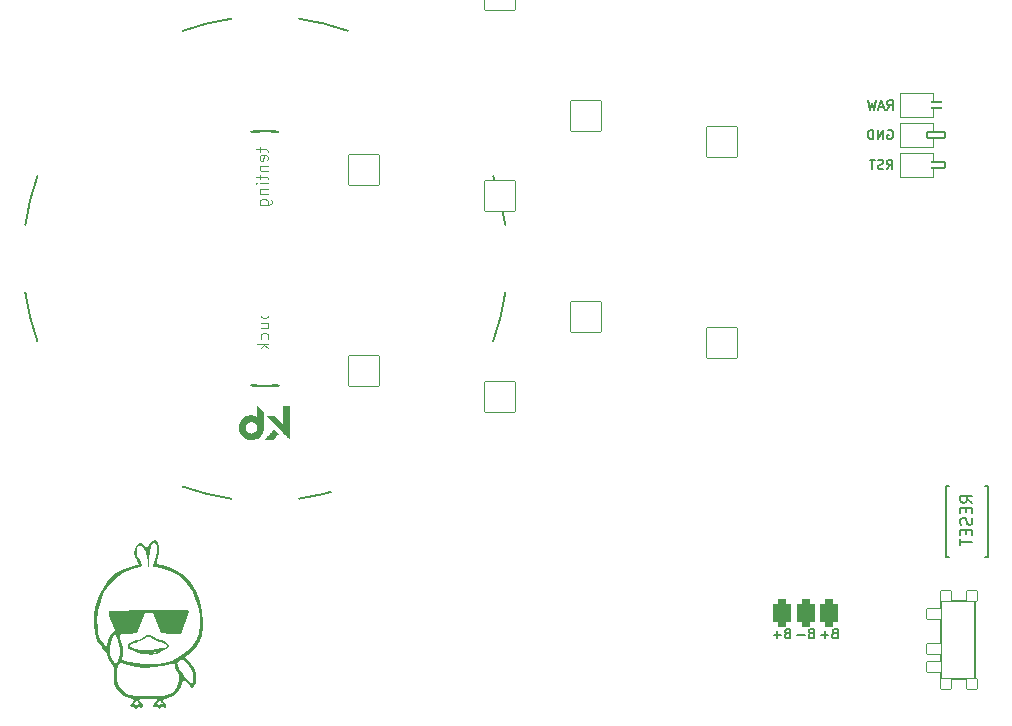
<source format=gbo>
%TF.GenerationSoftware,KiCad,Pcbnew,(6.0.4)*%
%TF.CreationDate,2022-05-15T18:09:05+02:00*%
%TF.ProjectId,battoota,62617474-6f6f-4746-912e-6b696361645f,v1.0.0*%
%TF.SameCoordinates,Original*%
%TF.FileFunction,Legend,Bot*%
%TF.FilePolarity,Positive*%
%FSLAX46Y46*%
G04 Gerber Fmt 4.6, Leading zero omitted, Abs format (unit mm)*
G04 Created by KiCad (PCBNEW (6.0.4)) date 2022-05-15 18:09:05*
%MOMM*%
%LPD*%
G01*
G04 APERTURE LIST*
G04 Aperture macros list*
%AMRoundRect*
0 Rectangle with rounded corners*
0 $1 Rounding radius*
0 $2 $3 $4 $5 $6 $7 $8 $9 X,Y pos of 4 corners*
0 Add a 4 corners polygon primitive as box body*
4,1,4,$2,$3,$4,$5,$6,$7,$8,$9,$2,$3,0*
0 Add four circle primitives for the rounded corners*
1,1,$1+$1,$2,$3*
1,1,$1+$1,$4,$5*
1,1,$1+$1,$6,$7*
1,1,$1+$1,$8,$9*
0 Add four rect primitives between the rounded corners*
20,1,$1+$1,$2,$3,$4,$5,0*
20,1,$1+$1,$4,$5,$6,$7,0*
20,1,$1+$1,$6,$7,$8,$9,0*
20,1,$1+$1,$8,$9,$2,$3,0*%
%AMFreePoly0*
4,1,16,0.685355,0.785355,0.700000,0.750000,0.691603,0.722265,0.210093,0.000000,0.691603,-0.722265,0.699029,-0.759806,0.677735,-0.791603,0.650000,-0.800000,-0.500000,-0.800000,-0.535355,-0.785355,-0.550000,-0.750000,-0.550000,0.750000,-0.535355,0.785355,-0.500000,0.800000,0.650000,0.800000,0.685355,0.785355,0.685355,0.785355,$1*%
%AMFreePoly1*
4,1,16,0.535355,0.785355,0.550000,0.750000,0.550000,-0.750000,0.535355,-0.785355,0.500000,-0.800000,-0.500000,-0.800000,-0.535355,-0.785355,-0.541603,-0.777735,-1.041603,-0.027735,-1.049029,0.009806,-1.041603,0.027735,-0.541603,0.777735,-0.509806,0.799029,-0.500000,0.800000,0.500000,0.800000,0.535355,0.785355,0.535355,0.785355,$1*%
G04 Aperture macros list end*
%ADD10C,0.150000*%
%ADD11C,0.100000*%
%ADD12C,0.120000*%
%ADD13C,0.200000*%
%ADD14C,0.010000*%
%ADD15RoundRect,0.375000X-0.375000X-0.750000X0.375000X-0.750000X0.375000X0.750000X-0.375000X0.750000X0*%
%ADD16C,1.752600*%
%ADD17RoundRect,0.425000X-0.375000X-0.750000X0.375000X-0.750000X0.375000X0.750000X-0.375000X0.750000X0*%
%ADD18C,2.100000*%
%ADD19C,3.100000*%
%ADD20C,1.801800*%
%ADD21C,3.529000*%
%ADD22RoundRect,0.050000X-1.054507X-1.505993X1.505993X-1.054507X1.054507X1.505993X-1.505993X1.054507X0*%
%ADD23C,2.132000*%
%ADD24RoundRect,0.050000X-1.181751X-1.408356X1.408356X-1.181751X1.181751X1.408356X-1.408356X1.181751X0*%
%ADD25RoundRect,0.050000X-1.300000X-1.300000X1.300000X-1.300000X1.300000X1.300000X-1.300000X1.300000X0*%
%ADD26RoundRect,0.050000X-1.738315X-0.598550X0.598550X-1.738315X1.738315X0.598550X-0.598550X1.738315X0*%
%ADD27RoundRect,0.050000X-0.450000X0.450000X-0.450000X-0.450000X0.450000X-0.450000X0.450000X0.450000X0*%
%ADD28C,1.100000*%
%ADD29RoundRect,0.050000X-0.625000X0.450000X-0.625000X-0.450000X0.625000X-0.450000X0.625000X0.450000X0*%
%ADD30RoundRect,0.050000X-0.863113X-1.623279X1.623279X-0.863113X0.863113X1.623279X-1.623279X0.863113X0*%
%ADD31RoundRect,0.050000X-1.524167X-1.028064X1.028064X-1.524167X1.524167X1.028064X-1.028064X1.524167X0*%
%ADD32C,1.852600*%
%ADD33FreePoly0,180.000000*%
%ADD34RoundRect,0.050000X-0.762000X0.250000X-0.762000X-0.250000X0.762000X-0.250000X0.762000X0.250000X0*%
%ADD35FreePoly1,180.000000*%
%ADD36C,4.500000*%
G04 APERTURE END LIST*
D10*
%TO.C,PAD1*%
X151983491Y56420824D02*
X151869205Y56382729D01*
X151831110Y56344634D01*
X151793015Y56268443D01*
X151793015Y56154158D01*
X151831110Y56077967D01*
X151869205Y56039872D01*
X151945396Y56001777D01*
X152250157Y56001777D01*
X152250157Y56801777D01*
X151983491Y56801777D01*
X151907300Y56763682D01*
X151869205Y56725586D01*
X151831110Y56649396D01*
X151831110Y56573205D01*
X151869205Y56497015D01*
X151907300Y56458920D01*
X151983491Y56420824D01*
X152250157Y56420824D01*
X151450157Y56306539D02*
X150840634Y56306539D01*
X151145396Y56001777D02*
X151145396Y56611301D01*
X147983491Y56420824D02*
X147869205Y56382729D01*
X147831110Y56344634D01*
X147793015Y56268443D01*
X147793015Y56154158D01*
X147831110Y56077967D01*
X147869205Y56039872D01*
X147945396Y56001777D01*
X148250157Y56001777D01*
X148250157Y56801777D01*
X147983491Y56801777D01*
X147907300Y56763682D01*
X147869205Y56725586D01*
X147831110Y56649396D01*
X147831110Y56573205D01*
X147869205Y56497015D01*
X147907300Y56458920D01*
X147983491Y56420824D01*
X148250157Y56420824D01*
X147450157Y56306539D02*
X146840634Y56306539D01*
X147145396Y56001777D02*
X147145396Y56611301D01*
X149983491Y56420824D02*
X149869205Y56382729D01*
X149831110Y56344634D01*
X149793015Y56268443D01*
X149793015Y56154158D01*
X149831110Y56077967D01*
X149869205Y56039872D01*
X149945396Y56001777D01*
X150250157Y56001777D01*
X150250157Y56801777D01*
X149983491Y56801777D01*
X149907300Y56763682D01*
X149869205Y56725586D01*
X149831110Y56649396D01*
X149831110Y56573205D01*
X149869205Y56497015D01*
X149907300Y56458920D01*
X149983491Y56420824D01*
X150250157Y56420824D01*
X149450157Y56306539D02*
X148840634Y56306539D01*
%TO.C,B1*%
X163655571Y67481899D02*
X163179381Y67815233D01*
X163655571Y68053328D02*
X162655571Y68053328D01*
X162655571Y67672376D01*
X162703191Y67577138D01*
X162750810Y67529519D01*
X162846048Y67481899D01*
X162988905Y67481899D01*
X163084143Y67529519D01*
X163131762Y67577138D01*
X163179381Y67672376D01*
X163179381Y68053328D01*
X163131762Y67053328D02*
X163131762Y66719995D01*
X163655571Y66577138D02*
X163655571Y67053328D01*
X162655571Y67053328D01*
X162655571Y66577138D01*
X163607952Y66196185D02*
X163655571Y66053328D01*
X163655571Y65815233D01*
X163607952Y65719995D01*
X163560333Y65672376D01*
X163465095Y65624757D01*
X163369857Y65624757D01*
X163274619Y65672376D01*
X163227000Y65719995D01*
X163179381Y65815233D01*
X163131762Y66005709D01*
X163084143Y66100947D01*
X163036524Y66148566D01*
X162941286Y66196185D01*
X162846048Y66196185D01*
X162750810Y66148566D01*
X162703191Y66100947D01*
X162655571Y66005709D01*
X162655571Y65767614D01*
X162703191Y65624757D01*
X163131762Y65196185D02*
X163131762Y64862852D01*
X163655571Y64719995D02*
X163655571Y65196185D01*
X162655571Y65196185D01*
X162655571Y64719995D01*
X162655571Y64434280D02*
X162655571Y63862852D01*
X163655571Y64148566D02*
X162655571Y64148566D01*
%TO.C,MCU1*%
X156461797Y100746264D02*
X156728464Y101127216D01*
X156918940Y100746264D02*
X156918940Y101546264D01*
X156614178Y101546264D01*
X156537988Y101508169D01*
X156499893Y101470073D01*
X156461797Y101393883D01*
X156461797Y101279597D01*
X156499893Y101203407D01*
X156537988Y101165311D01*
X156614178Y101127216D01*
X156918940Y101127216D01*
X156157036Y100974835D02*
X155776083Y100974835D01*
X156233226Y100746264D02*
X155966559Y101546264D01*
X155699893Y100746264D01*
X155509417Y101546264D02*
X155318940Y100746264D01*
X155166559Y101317692D01*
X155014178Y100746264D01*
X154823702Y101546264D01*
X156424534Y95708696D02*
X156691200Y96089648D01*
X156881677Y95708696D02*
X156881677Y96508696D01*
X156576915Y96508696D01*
X156500724Y96470601D01*
X156462629Y96432505D01*
X156424534Y96356315D01*
X156424534Y96242029D01*
X156462629Y96165839D01*
X156500724Y96127743D01*
X156576915Y96089648D01*
X156881677Y96089648D01*
X156119772Y95746791D02*
X156005486Y95708696D01*
X155815010Y95708696D01*
X155738819Y95746791D01*
X155700724Y95784886D01*
X155662629Y95861077D01*
X155662629Y95937267D01*
X155700724Y96013458D01*
X155738819Y96051553D01*
X155815010Y96089648D01*
X155967391Y96127743D01*
X156043581Y96165839D01*
X156081677Y96203934D01*
X156119772Y96280124D01*
X156119772Y96356315D01*
X156081677Y96432505D01*
X156043581Y96470601D01*
X155967391Y96508696D01*
X155776915Y96508696D01*
X155662629Y96470601D01*
X155434058Y96508696D02*
X154976915Y96508696D01*
X155205486Y95708696D02*
X155205486Y96508696D01*
X156481677Y99010601D02*
X156557868Y99048696D01*
X156672154Y99048696D01*
X156786439Y99010601D01*
X156862630Y98934410D01*
X156900725Y98858220D01*
X156938820Y98705839D01*
X156938820Y98591553D01*
X156900725Y98439172D01*
X156862630Y98362981D01*
X156786439Y98286791D01*
X156672154Y98248696D01*
X156595963Y98248696D01*
X156481677Y98286791D01*
X156443582Y98324886D01*
X156443582Y98591553D01*
X156595963Y98591553D01*
X156100725Y98248696D02*
X156100725Y99048696D01*
X155643582Y98248696D01*
X155643582Y99048696D01*
X155262630Y98248696D02*
X155262630Y99048696D01*
X155072154Y99048696D01*
X154957868Y99010601D01*
X154881677Y98934410D01*
X154843582Y98858220D01*
X154805487Y98705839D01*
X154805487Y98591553D01*
X154843582Y98439172D01*
X154881677Y98362981D01*
X154957868Y98286791D01*
X155072154Y98248696D01*
X155262630Y98248696D01*
D11*
%TO.C,REF\u002A\u002A*%
X103328934Y97562927D02*
X103328934Y97181974D01*
X102995600Y97420069D02*
X103852743Y97420069D01*
X103947981Y97372450D01*
X103995600Y97277212D01*
X103995600Y97181974D01*
X103947981Y96467688D02*
X103995600Y96562927D01*
X103995600Y96753403D01*
X103947981Y96848641D01*
X103852743Y96896260D01*
X103471791Y96896260D01*
X103376553Y96848641D01*
X103328934Y96753403D01*
X103328934Y96562927D01*
X103376553Y96467688D01*
X103471791Y96420069D01*
X103567029Y96420069D01*
X103662267Y96896260D01*
X103328934Y95991498D02*
X103995600Y95991498D01*
X103424172Y95991498D02*
X103376553Y95943879D01*
X103328934Y95848641D01*
X103328934Y95705784D01*
X103376553Y95610546D01*
X103471791Y95562927D01*
X103995600Y95562927D01*
X103328934Y95229593D02*
X103328934Y94848641D01*
X102995600Y95086736D02*
X103852743Y95086736D01*
X103947981Y95039117D01*
X103995600Y94943879D01*
X103995600Y94848641D01*
X103995600Y94515307D02*
X103328934Y94515307D01*
X102995600Y94515307D02*
X103043220Y94562927D01*
X103090839Y94515307D01*
X103043220Y94467688D01*
X102995600Y94515307D01*
X103090839Y94515307D01*
X103328934Y94039117D02*
X103995600Y94039117D01*
X103424172Y94039117D02*
X103376553Y93991498D01*
X103328934Y93896260D01*
X103328934Y93753403D01*
X103376553Y93658165D01*
X103471791Y93610546D01*
X103995600Y93610546D01*
X103328934Y92705784D02*
X104138458Y92705784D01*
X104233696Y92753403D01*
X104281315Y92801022D01*
X104328934Y92896260D01*
X104328934Y93039117D01*
X104281315Y93134355D01*
X103947981Y92705784D02*
X103995600Y92801022D01*
X103995600Y92991498D01*
X103947981Y93086736D01*
X103900362Y93134355D01*
X103805124Y93181974D01*
X103519410Y93181974D01*
X103424172Y93134355D01*
X103376553Y93086736D01*
X103328934Y92991498D01*
X103328934Y92801022D01*
X103376553Y92705784D01*
X103392434Y83608927D02*
X104392434Y83608927D01*
X103440053Y83608927D02*
X103392434Y83513688D01*
X103392434Y83323212D01*
X103440053Y83227974D01*
X103487672Y83180355D01*
X103582910Y83132736D01*
X103868624Y83132736D01*
X103963862Y83180355D01*
X104011481Y83227974D01*
X104059100Y83323212D01*
X104059100Y83513688D01*
X104011481Y83608927D01*
X103392434Y82275593D02*
X104059100Y82275593D01*
X103392434Y82704165D02*
X103916243Y82704165D01*
X104011481Y82656546D01*
X104059100Y82561307D01*
X104059100Y82418450D01*
X104011481Y82323212D01*
X103963862Y82275593D01*
X104011481Y81370831D02*
X104059100Y81466069D01*
X104059100Y81656546D01*
X104011481Y81751784D01*
X103963862Y81799403D01*
X103868624Y81847022D01*
X103582910Y81847022D01*
X103487672Y81799403D01*
X103440053Y81751784D01*
X103392434Y81656546D01*
X103392434Y81466069D01*
X103440053Y81370831D01*
X104059100Y80942260D02*
X103059100Y80942260D01*
X103678148Y80847022D02*
X104059100Y80561307D01*
X103392434Y80561307D02*
X103773386Y80942260D01*
D10*
%TO.C,B1*%
X164953191Y62902519D02*
X164703191Y62902519D01*
X164953191Y68902519D02*
X164953191Y62902519D01*
X161453191Y68902519D02*
X161703191Y68902519D01*
X161703191Y62902519D02*
X161453191Y62902519D01*
X161453191Y62902519D02*
X161453191Y68902519D01*
X164703191Y68902519D02*
X164953191Y68902519D01*
%TO.C,T2*%
X163850140Y53894619D02*
X163850140Y57794619D01*
X161000140Y52544619D02*
X163850140Y52544619D01*
X163850140Y59144619D02*
X161000140Y59144619D01*
X161000140Y59144619D02*
X161000140Y52544619D01*
X163850140Y55844619D02*
X163850140Y59144619D01*
X163850140Y55844619D02*
X163850140Y52544619D01*
D12*
%TO.C,MCU1*%
X160318690Y98922542D02*
X160318690Y99602542D01*
X160318690Y95062542D02*
X160318690Y95722542D01*
X160318690Y102142542D02*
X157518690Y102142542D01*
X157518690Y102142542D02*
X157518690Y100142542D01*
X160318690Y96397542D02*
X160318690Y97062542D01*
X157518690Y95062542D02*
X160318690Y95062542D01*
X160318690Y100142542D02*
X160318690Y100822542D01*
X157518690Y97062542D02*
X157518690Y95062542D01*
X160318690Y99602542D02*
X157518690Y99602542D01*
X160318690Y97062542D02*
X157518690Y97062542D01*
X160318690Y101472542D02*
X160318690Y102142542D01*
X160318690Y97602542D02*
X160318690Y98272542D01*
X157518690Y99602542D02*
X157518690Y97602542D01*
X157518690Y97602542D02*
X160318690Y97602542D01*
X157518690Y100142542D02*
X160318690Y100142542D01*
D13*
%TO.C,REF\u002A\u002A*%
X103797220Y77346426D02*
G75*
G03*
X104925605Y77405563I0J10794901D01*
G01*
X103715684Y98963368D02*
G75*
G03*
X102587299Y98904232I-6J-10794921D01*
G01*
X84511085Y95149471D02*
G75*
G03*
X83477220Y90998927I19286255J-7008074D01*
G01*
X104925605Y98877290D02*
G75*
G03*
X103797220Y98936427I-1128385J-10735763D01*
G01*
X102668835Y77405563D02*
G75*
G03*
X103797220Y77346427I1128379J10735785D01*
G01*
X110805269Y107427560D02*
G75*
G03*
X106654720Y108461427I-7008049J-19286133D01*
G01*
X123083354Y81133379D02*
G75*
G03*
X124117220Y85283927I-19286134J7008048D01*
G01*
X104844069Y98904232D02*
G75*
G03*
X103715684Y98963368I-1128379J-10735785D01*
G01*
X96789175Y68855292D02*
G75*
G03*
X100939720Y67821427I7008045J19286135D01*
G01*
X106654720Y67821427D02*
G75*
G03*
X110805265Y68855292I-2857506J20320019D01*
G01*
X83477219Y85283927D02*
G75*
G03*
X84511085Y81133381I20320001J2857500D01*
G01*
X100939720Y108461428D02*
G75*
G03*
X96789174Y107427562I2857500J-20320001D01*
G01*
X103715684Y77373368D02*
G75*
G03*
X104844069Y77432504I6J10794921D01*
G01*
X102587299Y77432504D02*
G75*
G03*
X103715684Y77373368I1128379J10735785D01*
G01*
X124117220Y90998927D02*
G75*
G03*
X123083354Y95149475I-20320000J-2857500D01*
G01*
X103797220Y98936427D02*
G75*
G03*
X102668835Y98877291I-6J-10794921D01*
G01*
G36*
X105796636Y72942012D02*
G01*
X105705792Y73034288D01*
X105692011Y73048284D01*
X105660150Y73080637D01*
X105614203Y73127291D01*
X105555387Y73187009D01*
X105484920Y73258554D01*
X105404021Y73340691D01*
X105313906Y73432184D01*
X105215794Y73531795D01*
X105110902Y73638288D01*
X105000448Y73750428D01*
X104885649Y73866977D01*
X104767724Y73986700D01*
X103920500Y74846837D01*
X104208868Y74849930D01*
X104497236Y74853024D01*
X105300182Y74050324D01*
X105300182Y75683882D01*
X105796636Y75683882D01*
X105796636Y72942012D01*
G37*
D14*
X105796636Y72942012D02*
X105705792Y73034288D01*
X105692011Y73048284D01*
X105660150Y73080637D01*
X105614203Y73127291D01*
X105555387Y73187009D01*
X105484920Y73258554D01*
X105404021Y73340691D01*
X105313906Y73432184D01*
X105215794Y73531795D01*
X105110902Y73638288D01*
X105000448Y73750428D01*
X104885649Y73866977D01*
X104767724Y73986700D01*
X103920500Y74846837D01*
X104208868Y74849930D01*
X104497236Y74853024D01*
X105300182Y74050324D01*
X105300182Y75683882D01*
X105796636Y75683882D01*
X105796636Y72942012D01*
G36*
X103593401Y73738004D02*
G01*
X103590788Y73709609D01*
X103581919Y73663159D01*
X103544366Y73535999D01*
X103489200Y73410136D01*
X103419508Y73291954D01*
X103338377Y73187834D01*
X103329983Y73178668D01*
X103221671Y73078342D01*
X103099251Y72994345D01*
X102966078Y72928366D01*
X102825510Y72882091D01*
X102680902Y72857210D01*
X102580656Y72852727D01*
X102432235Y72864126D01*
X102288816Y72896379D01*
X102152580Y72948402D01*
X102025705Y73019116D01*
X101910372Y73107438D01*
X101808759Y73212287D01*
X101723047Y73332580D01*
X101665792Y73439499D01*
X101612647Y73578735D01*
X101581291Y73723299D01*
X101574787Y73819663D01*
X102070026Y73819663D01*
X102070308Y73814373D01*
X102074626Y73759070D01*
X102081983Y73716778D01*
X102094628Y73678170D01*
X102114809Y73633924D01*
X102136297Y73595597D01*
X102177782Y73536803D01*
X102225839Y73481347D01*
X102275162Y73435153D01*
X102320448Y73404149D01*
X102336615Y73396373D01*
X102377520Y73379013D01*
X102420517Y73362927D01*
X102493344Y73343639D01*
X102597045Y73335118D01*
X102698586Y73347912D01*
X102795372Y73381044D01*
X102884804Y73433537D01*
X102964285Y73504414D01*
X103031219Y73592697D01*
X103059873Y73646842D01*
X103090305Y73740861D01*
X103100877Y73838410D01*
X103092571Y73936358D01*
X103066369Y74031571D01*
X103023256Y74120918D01*
X102964213Y74201264D01*
X102890223Y74269478D01*
X102802271Y74322427D01*
X102788268Y74328713D01*
X102689922Y74359338D01*
X102588570Y74369520D01*
X102487666Y74360200D01*
X102390667Y74332322D01*
X102301031Y74286826D01*
X102222214Y74224656D01*
X102157672Y74146752D01*
X102139902Y74118223D01*
X102096250Y74024800D01*
X102073394Y73926908D01*
X102070026Y73819663D01*
X101574787Y73819663D01*
X101571000Y73875777D01*
X101574561Y73965447D01*
X101597242Y74115726D01*
X101639994Y74257695D01*
X101701804Y74389680D01*
X101781662Y74510005D01*
X101878556Y74616994D01*
X101991476Y74708974D01*
X102119409Y74784267D01*
X102189260Y74816906D01*
X102264398Y74846123D01*
X102336050Y74865615D01*
X102412533Y74877552D01*
X102502168Y74884104D01*
X102519980Y74884772D01*
X102659181Y74878334D01*
X102789564Y74850658D01*
X102911780Y74801554D01*
X103026477Y74730832D01*
X103050611Y74713630D01*
X103075457Y74697287D01*
X103087888Y74690973D01*
X103088796Y74695003D01*
X103090245Y74718810D01*
X103091572Y74761933D01*
X103092741Y74822008D01*
X103093717Y74896670D01*
X103094467Y74983556D01*
X103094956Y75080301D01*
X103095148Y75184541D01*
X103095296Y75678109D01*
X103603000Y75168083D01*
X103602913Y74476369D01*
X103602910Y74464633D01*
X103602649Y74314159D01*
X103601985Y74176887D01*
X103600941Y74054231D01*
X103599538Y73947602D01*
X103597799Y73858413D01*
X103597215Y73838410D01*
X103595746Y73788076D01*
X103593401Y73738004D01*
G37*
X103593401Y73738004D02*
X103590788Y73709609D01*
X103581919Y73663159D01*
X103544366Y73535999D01*
X103489200Y73410136D01*
X103419508Y73291954D01*
X103338377Y73187834D01*
X103329983Y73178668D01*
X103221671Y73078342D01*
X103099251Y72994345D01*
X102966078Y72928366D01*
X102825510Y72882091D01*
X102680902Y72857210D01*
X102580656Y72852727D01*
X102432235Y72864126D01*
X102288816Y72896379D01*
X102152580Y72948402D01*
X102025705Y73019116D01*
X101910372Y73107438D01*
X101808759Y73212287D01*
X101723047Y73332580D01*
X101665792Y73439499D01*
X101612647Y73578735D01*
X101581291Y73723299D01*
X101574787Y73819663D01*
X102070026Y73819663D01*
X102070308Y73814373D01*
X102074626Y73759070D01*
X102081983Y73716778D01*
X102094628Y73678170D01*
X102114809Y73633924D01*
X102136297Y73595597D01*
X102177782Y73536803D01*
X102225839Y73481347D01*
X102275162Y73435153D01*
X102320448Y73404149D01*
X102336615Y73396373D01*
X102377520Y73379013D01*
X102420517Y73362927D01*
X102493344Y73343639D01*
X102597045Y73335118D01*
X102698586Y73347912D01*
X102795372Y73381044D01*
X102884804Y73433537D01*
X102964285Y73504414D01*
X103031219Y73592697D01*
X103059873Y73646842D01*
X103090305Y73740861D01*
X103100877Y73838410D01*
X103092571Y73936358D01*
X103066369Y74031571D01*
X103023256Y74120918D01*
X102964213Y74201264D01*
X102890223Y74269478D01*
X102802271Y74322427D01*
X102788268Y74328713D01*
X102689922Y74359338D01*
X102588570Y74369520D01*
X102487666Y74360200D01*
X102390667Y74332322D01*
X102301031Y74286826D01*
X102222214Y74224656D01*
X102157672Y74146752D01*
X102139902Y74118223D01*
X102096250Y74024800D01*
X102073394Y73926908D01*
X102070026Y73819663D01*
X101574787Y73819663D01*
X101571000Y73875777D01*
X101574561Y73965447D01*
X101597242Y74115726D01*
X101639994Y74257695D01*
X101701804Y74389680D01*
X101781662Y74510005D01*
X101878556Y74616994D01*
X101991476Y74708974D01*
X102119409Y74784267D01*
X102189260Y74816906D01*
X102264398Y74846123D01*
X102336050Y74865615D01*
X102412533Y74877552D01*
X102502168Y74884104D01*
X102519980Y74884772D01*
X102659181Y74878334D01*
X102789564Y74850658D01*
X102911780Y74801554D01*
X103026477Y74730832D01*
X103050611Y74713630D01*
X103075457Y74697287D01*
X103087888Y74690973D01*
X103088796Y74695003D01*
X103090245Y74718810D01*
X103091572Y74761933D01*
X103092741Y74822008D01*
X103093717Y74896670D01*
X103094467Y74983556D01*
X103094956Y75080301D01*
X103095148Y75184541D01*
X103095296Y75678109D01*
X103603000Y75168083D01*
X103602913Y74476369D01*
X103602910Y74464633D01*
X103602649Y74314159D01*
X103601985Y74176887D01*
X103600941Y74054231D01*
X103599538Y73947602D01*
X103597799Y73858413D01*
X103597215Y73838410D01*
X103595746Y73788076D01*
X103593401Y73738004D01*
G36*
X104502868Y73651699D02*
G01*
X104515097Y73641651D01*
X104540579Y73618031D01*
X104576726Y73583318D01*
X104620950Y73539993D01*
X104670663Y73490538D01*
X104831698Y73329194D01*
X104797816Y73291379D01*
X104794639Y73287887D01*
X104772771Y73264678D01*
X104738425Y73228932D01*
X104694609Y73183752D01*
X104644326Y73132239D01*
X104590584Y73077496D01*
X104417234Y72901427D01*
X103797220Y72901427D01*
X103825521Y72935062D01*
X103827814Y72937753D01*
X103848482Y72960982D01*
X103881240Y72996822D01*
X103924100Y73043167D01*
X103975072Y73097910D01*
X104032168Y73158945D01*
X104093398Y73224164D01*
X104156773Y73291462D01*
X104220306Y73358732D01*
X104282005Y73423867D01*
X104339884Y73484761D01*
X104391951Y73539307D01*
X104436220Y73585399D01*
X104470699Y73620930D01*
X104493402Y73643793D01*
X104502337Y73651882D01*
X104502868Y73651699D01*
G37*
X104502868Y73651699D02*
X104515097Y73641651D01*
X104540579Y73618031D01*
X104576726Y73583318D01*
X104620950Y73539993D01*
X104670663Y73490538D01*
X104831698Y73329194D01*
X104797816Y73291379D01*
X104794639Y73287887D01*
X104772771Y73264678D01*
X104738425Y73228932D01*
X104694609Y73183752D01*
X104644326Y73132239D01*
X104590584Y73077496D01*
X104417234Y72901427D01*
X103797220Y72901427D01*
X103825521Y72935062D01*
X103827814Y72937753D01*
X103848482Y72960982D01*
X103881240Y72996822D01*
X103924100Y73043167D01*
X103975072Y73097910D01*
X104032168Y73158945D01*
X104093398Y73224164D01*
X104156773Y73291462D01*
X104220306Y73358732D01*
X104282005Y73423867D01*
X104339884Y73484761D01*
X104391951Y73539307D01*
X104436220Y73585399D01*
X104470699Y73620930D01*
X104493402Y73643793D01*
X104502337Y73651882D01*
X104502868Y73651699D01*
%TO.C,G\u002A\u002A\u002A*%
G36*
X94630151Y54707570D02*
G01*
X94396858Y54643258D01*
X94146747Y54624050D01*
X93810667Y54635225D01*
X93526219Y54656367D01*
X93256312Y54699910D01*
X93120476Y54741218D01*
X93661943Y54741218D01*
X93712212Y54724332D01*
X93895333Y54717727D01*
X94019582Y54720197D01*
X94125956Y54733481D01*
X94085833Y54754419D01*
X93951551Y54768426D01*
X93704833Y54754419D01*
X93661943Y54741218D01*
X93120476Y54741218D01*
X92994058Y54779662D01*
X92876275Y54830486D01*
X94341597Y54830486D01*
X94342908Y54801584D01*
X94452722Y54786018D01*
X94535945Y54799576D01*
X94503875Y54837170D01*
X94454914Y54850698D01*
X94341597Y54830486D01*
X92876275Y54830486D01*
X92687996Y54911729D01*
X92286667Y55112217D01*
X92208282Y55183879D01*
X92132425Y55360900D01*
X92132991Y55368759D01*
X92339283Y55368759D01*
X92397983Y55253540D01*
X92625333Y55143946D01*
X92847118Y55090411D01*
X93223604Y55048327D01*
X93664575Y55034937D01*
X94131166Y55047895D01*
X94584513Y55084850D01*
X94985752Y55143456D01*
X95296017Y55221363D01*
X95476445Y55316223D01*
X95492870Y55337106D01*
X95467648Y55440963D01*
X95285368Y55554542D01*
X94955354Y55671486D01*
X94780003Y55729272D01*
X94492971Y55850367D01*
X94290142Y55968931D01*
X94063133Y56096450D01*
X93778078Y56113650D01*
X93516467Y55966671D01*
X93392165Y55880634D01*
X93135190Y55755590D01*
X92833677Y55645696D01*
X92725675Y55610865D01*
X92448694Y55488302D01*
X92339283Y55368759D01*
X92132991Y55368759D01*
X92140521Y55473243D01*
X92240681Y55587134D01*
X92471092Y55710227D01*
X92577253Y55755334D01*
X92833403Y55842614D01*
X93021004Y55878141D01*
X93048079Y55880318D01*
X93244595Y55951562D01*
X93456560Y56091667D01*
X93505819Y56131487D01*
X93779808Y56277658D01*
X94047205Y56267960D01*
X94345483Y56102867D01*
X94364727Y56089006D01*
X94645319Y55941058D01*
X94941455Y55852737D01*
X95061155Y55830092D01*
X95379092Y55717187D01*
X95594233Y55556210D01*
X95673333Y55369127D01*
X95669109Y55337106D01*
X95668339Y55331266D01*
X95588156Y55214183D01*
X95392697Y55076498D01*
X95059500Y54901081D01*
X94915777Y54831706D01*
X94841849Y54799576D01*
X94689770Y54733481D01*
X94630151Y54707570D01*
G37*
G36*
X97799442Y51985333D02*
G01*
X97620028Y51773667D01*
X97429847Y51994905D01*
X97238073Y52186204D01*
X97023991Y52353234D01*
X96808316Y52490324D01*
X96707046Y52111686D01*
X96629659Y51887333D01*
X96366231Y51462822D01*
X95994214Y51144981D01*
X95540861Y50960708D01*
X95290623Y50892245D01*
X95117737Y50798440D01*
X95105769Y50691711D01*
X95250000Y50565649D01*
X95352742Y50466672D01*
X95378027Y50400075D01*
X95419333Y50291283D01*
X95407101Y50168285D01*
X95337061Y50132079D01*
X95168231Y50205783D01*
X95044914Y50243962D01*
X94964787Y50163450D01*
X94913787Y50081950D01*
X94793044Y50046823D01*
X94691542Y50155644D01*
X94639140Y50215602D01*
X94482532Y50230436D01*
X94399061Y50222079D01*
X94322767Y50286006D01*
X94347863Y50399653D01*
X94516775Y50399653D01*
X94588529Y50406426D01*
X94675489Y50412391D01*
X94770055Y50308474D01*
X94782357Y50267625D01*
X94819397Y50234979D01*
X94870367Y50357285D01*
X94882796Y50393841D01*
X94950581Y50494172D01*
X95050721Y50451053D01*
X95122415Y50405425D01*
X95216964Y50400075D01*
X95205574Y50453346D01*
X95087918Y50542119D01*
X94978257Y50630734D01*
X94904649Y50781812D01*
X94890157Y50872713D01*
X94852119Y50800000D01*
X94777115Y50677619D01*
X94625970Y50516952D01*
X94578370Y50474588D01*
X94516775Y50399653D01*
X94347863Y50399653D01*
X94352613Y50421165D01*
X94488000Y50588333D01*
X94600721Y50708613D01*
X94657333Y50813122D01*
X94638058Y50829097D01*
X94491057Y50857605D01*
X94230892Y50877310D01*
X93895333Y50884667D01*
X93500743Y50875436D01*
X93243987Y50841712D01*
X93133063Y50776462D01*
X93156460Y50672668D01*
X93302667Y50523312D01*
X93412249Y50398914D01*
X93435969Y50339995D01*
X93472000Y50250496D01*
X93416192Y50147763D01*
X93289393Y50129312D01*
X93172536Y50212400D01*
X93114992Y50241809D01*
X93003905Y50148900D01*
X92993052Y50134460D01*
X92887871Y50046615D01*
X92783433Y50101500D01*
X92715286Y50151084D01*
X92523733Y50207333D01*
X92469490Y50213637D01*
X92380726Y50295190D01*
X92401931Y50411615D01*
X92582325Y50411615D01*
X92641196Y50409547D01*
X92727380Y50413538D01*
X92813434Y50308474D01*
X92825393Y50257281D01*
X92862678Y50220838D01*
X92937544Y50330334D01*
X92972231Y50386915D01*
X93058980Y50448307D01*
X93188640Y50375229D01*
X93250894Y50330200D01*
X93265299Y50339995D01*
X93165277Y50463896D01*
X93025462Y50647764D01*
X92939127Y50800000D01*
X92938865Y50800718D01*
X92900071Y50877530D01*
X92886018Y50789160D01*
X92832576Y50660603D01*
X92688833Y50509234D01*
X92669500Y50494616D01*
X92582325Y50411615D01*
X92401931Y50411615D01*
X92405276Y50429982D01*
X92540667Y50565649D01*
X92631006Y50631564D01*
X92701167Y50756732D01*
X92606699Y50856951D01*
X92350167Y50927352D01*
X92337828Y50929377D01*
X91861255Y51091629D01*
X91460784Y51391861D01*
X91171089Y51804285D01*
X91087814Y51998086D01*
X91023345Y52239840D01*
X90993408Y52536258D01*
X90988903Y52944280D01*
X90988860Y52981843D01*
X91209666Y52981843D01*
X91243855Y52458080D01*
X91403259Y51986486D01*
X91675834Y51597674D01*
X92049535Y51322256D01*
X92087740Y51303624D01*
X92276097Y51225150D01*
X92480546Y51170693D01*
X92739395Y51134516D01*
X93090955Y51110884D01*
X93573535Y51094059D01*
X94144697Y51085675D01*
X94763194Y51103676D01*
X95251581Y51160229D01*
X95630819Y51261432D01*
X95921870Y51413383D01*
X96145694Y51622178D01*
X96323254Y51893915D01*
X96424529Y52130475D01*
X96506471Y52510221D01*
X96495436Y52859890D01*
X96388576Y53125717D01*
X96373639Y53146821D01*
X96266099Y53356554D01*
X96176048Y53613628D01*
X96118673Y53792155D01*
X96046930Y53880658D01*
X95944947Y53858602D01*
X95924596Y53849158D01*
X95746335Y53789770D01*
X95464680Y53713483D01*
X95130784Y53634382D01*
X95065628Y53620603D01*
X94366584Y53533659D01*
X93602673Y53530520D01*
X92846225Y53608041D01*
X92169571Y53763080D01*
X91877909Y53846803D01*
X91618710Y53880246D01*
X91452449Y53816468D01*
X91344247Y53638916D01*
X91259226Y53331036D01*
X91209666Y52981843D01*
X90988860Y52981843D01*
X90988570Y53237704D01*
X90973264Y53515229D01*
X90937135Y53672581D01*
X90876186Y53737889D01*
X90832845Y53765392D01*
X90703348Y53921409D01*
X90570098Y54152370D01*
X90466010Y54396190D01*
X90424000Y54590787D01*
X90417492Y54631718D01*
X90326503Y54805426D01*
X90162447Y54996326D01*
X90006162Y55166417D01*
X90623034Y55166417D01*
X90677891Y54610457D01*
X90712798Y54490235D01*
X90833625Y54214049D01*
X90973471Y54018144D01*
X91171612Y53832000D01*
X91324621Y54065520D01*
X91331980Y54077211D01*
X91424587Y54337259D01*
X91472045Y54698011D01*
X91473874Y55100552D01*
X91429593Y55485965D01*
X91338723Y55795333D01*
X91324513Y55826852D01*
X91220312Y56070303D01*
X91146909Y56261000D01*
X91133108Y56298654D01*
X91086548Y56353984D01*
X91015508Y56294714D01*
X90892074Y56103603D01*
X90715494Y55709602D01*
X90623034Y55166417D01*
X90006162Y55166417D01*
X89931662Y55247498D01*
X89586687Y55808695D01*
X89368912Y56467274D01*
X89280310Y57211605D01*
X89291634Y57429453D01*
X89577333Y57429453D01*
X89591598Y56996053D01*
X89672256Y56449611D01*
X89836742Y55973902D01*
X90099358Y55516515D01*
X90311877Y55203765D01*
X90454579Y55717039D01*
X90512624Y55897483D01*
X90660243Y56225386D01*
X90822024Y56455054D01*
X91046766Y56679797D01*
X90767747Y57469373D01*
X90690937Y57692082D01*
X90594480Y57991971D01*
X90535123Y58204433D01*
X90523469Y58293691D01*
X90533327Y58296156D01*
X90669931Y58305891D01*
X90952109Y58317554D01*
X91361589Y58330639D01*
X91880102Y58344643D01*
X92489378Y58359060D01*
X93171145Y58373386D01*
X93907135Y58387118D01*
X94795177Y58401149D01*
X95579608Y58409805D01*
X96208620Y58411980D01*
X96689312Y58407606D01*
X97028786Y58396614D01*
X97234143Y58378938D01*
X97312483Y58354508D01*
X97307050Y58248229D01*
X97249196Y58017387D01*
X97148276Y57697411D01*
X97014266Y57322808D01*
X96659625Y56382404D01*
X95807568Y56406369D01*
X94955512Y56430333D01*
X94261764Y58123667D01*
X93601220Y58123667D01*
X93254393Y57277000D01*
X92907567Y56430333D01*
X92164569Y56405736D01*
X92121125Y56404380D01*
X91791435Y56396045D01*
X91586381Y56374134D01*
X91487795Y56308177D01*
X91477510Y56167705D01*
X91537359Y55922247D01*
X91649173Y55541333D01*
X91717659Y55233477D01*
X91720290Y55100552D01*
X91729460Y54637344D01*
X91676032Y54199020D01*
X92256516Y54013069D01*
X92381603Y53976360D01*
X92909152Y53870313D01*
X93513967Y53806463D01*
X94136441Y53787253D01*
X94716969Y53815128D01*
X95195943Y53892532D01*
X95246688Y53909326D01*
X96351494Y53909326D01*
X96390368Y53730301D01*
X96518490Y53441811D01*
X96708946Y53115634D01*
X96933603Y52799169D01*
X97164329Y52539817D01*
X97196620Y52510221D01*
X97369582Y52351693D01*
X97543381Y52209176D01*
X97635814Y52154667D01*
X97659990Y52167971D01*
X97696983Y52296558D01*
X97704551Y52522068D01*
X97685264Y52795410D01*
X97641694Y53067490D01*
X97576409Y53289213D01*
X97523846Y53397075D01*
X97350897Y53671777D01*
X97145022Y53932562D01*
X96977735Y54111678D01*
X96854785Y54204283D01*
X96744974Y54207257D01*
X96596613Y54140169D01*
X96584045Y54133534D01*
X96419054Y54015990D01*
X96351494Y53909326D01*
X95246688Y53909326D01*
X95885072Y54120600D01*
X96577636Y54472478D01*
X97178727Y54912535D01*
X97663451Y55422255D01*
X98006911Y55983122D01*
X98086050Y56163499D01*
X98172071Y56405438D01*
X98220933Y56648424D01*
X98242355Y56948489D01*
X98246059Y57361667D01*
X98233847Y57779333D01*
X98144551Y58506649D01*
X97955106Y59186223D01*
X97649351Y59886437D01*
X97444161Y60251778D01*
X96969924Y60864119D01*
X96392712Y61346115D01*
X95704860Y61703495D01*
X94898703Y61941985D01*
X94848022Y61952616D01*
X94556096Y62016566D01*
X94344460Y62067479D01*
X94255967Y62095145D01*
X94253630Y62102716D01*
X94279213Y62214187D01*
X94350757Y62407500D01*
X94426846Y62619207D01*
X94524172Y62978858D01*
X94595789Y63347712D01*
X94631429Y63669494D01*
X94620827Y63887926D01*
X94559249Y64018007D01*
X94397400Y64092667D01*
X94368545Y64090770D01*
X94202876Y63985839D01*
X94080976Y63726886D01*
X94005724Y63322946D01*
X93980000Y62783053D01*
X93973060Y62468386D01*
X93951015Y62210475D01*
X93920090Y62080986D01*
X93886732Y62089934D01*
X93857386Y62247336D01*
X93838501Y62563209D01*
X93811962Y62865990D01*
X93708895Y63278090D01*
X93543192Y63593086D01*
X93329296Y63776561D01*
X93236143Y63809953D01*
X93059528Y63789447D01*
X92955656Y63620138D01*
X92921667Y63298676D01*
X92969683Y62962479D01*
X93147334Y62640621D01*
X93284157Y62452524D01*
X93395912Y62237979D01*
X93371634Y62097781D01*
X93200337Y62003552D01*
X92871037Y61926916D01*
X92514894Y61842944D01*
X91790956Y61553262D01*
X91153053Y61128956D01*
X90610423Y60582637D01*
X90172300Y59926916D01*
X89847920Y59174405D01*
X89646519Y58337713D01*
X89577333Y57429453D01*
X89291634Y57429453D01*
X89322854Y58030057D01*
X89498516Y58910998D01*
X89714637Y59564422D01*
X90100594Y60336015D01*
X90591518Y60989912D01*
X91178665Y61516989D01*
X91853291Y61908122D01*
X92606652Y62154187D01*
X92820479Y62201611D01*
X93026705Y62250687D01*
X93116352Y62276777D01*
X93113828Y62297299D01*
X93049179Y62420230D01*
X92925852Y62612889D01*
X92787409Y62875491D01*
X92704290Y63251560D01*
X92747669Y63602480D01*
X92917818Y63884849D01*
X93037321Y63996981D01*
X93184764Y64076560D01*
X93334198Y64037237D01*
X93544308Y63878407D01*
X93798941Y63664147D01*
X93910637Y63896498D01*
X94042017Y64082620D01*
X94249381Y64256116D01*
X94383944Y64323239D01*
X94511315Y64328022D01*
X94651548Y64224903D01*
X94749675Y64085694D01*
X94821521Y63771329D01*
X94805796Y63344949D01*
X94701780Y62826604D01*
X94654589Y62630014D01*
X94618996Y62419930D01*
X94623079Y62320699D01*
X94692549Y62291120D01*
X94889183Y62236755D01*
X95159750Y62176064D01*
X95646798Y62044555D01*
X96358391Y61718224D01*
X96980856Y61258241D01*
X97507025Y60675014D01*
X97929730Y59978953D01*
X98241804Y59180466D01*
X98436078Y58289961D01*
X98502260Y57361667D01*
X98505384Y57317846D01*
X98505914Y57062525D01*
X98499961Y56708150D01*
X98478003Y56449785D01*
X98431675Y56240285D01*
X98352614Y56032507D01*
X98232459Y55779309D01*
X97973312Y55341863D01*
X97496756Y54796888D01*
X97038261Y54377850D01*
X97294885Y54134092D01*
X97535219Y53850123D01*
X97752833Y53458525D01*
X97897385Y53036541D01*
X97959553Y52623879D01*
X97951282Y52522068D01*
X97930013Y52260241D01*
X97799442Y51985333D01*
G37*
%TD*%
D15*
%TO.C,PAD1*%
X151545396Y58163682D03*
X149545396Y58163682D03*
X147545396Y58163682D03*
%TD*%
D16*
%TO.C,MCU1*%
X161977213Y98602542D03*
X161977213Y96062542D03*
X146737213Y96062542D03*
X146737213Y101226288D03*
X161977213Y101142542D03*
X146737213Y98602542D03*
X146737213Y93522542D03*
X146737213Y90982542D03*
X146737213Y88442542D03*
X146737213Y85902542D03*
X146737213Y83362542D03*
X146737213Y80822542D03*
X146737213Y78282542D03*
X146737213Y75742542D03*
X146737213Y73202542D03*
X161977213Y93522542D03*
X161977213Y90982542D03*
X161977213Y88442542D03*
X161977213Y85902542D03*
X161977213Y83362542D03*
X161977213Y80822542D03*
X161977213Y78282542D03*
X161977213Y75742542D03*
X161977213Y73202542D03*
%TD*%
%LPC*%
D17*
%TO.C,PAD1*%
X151545396Y58163682D03*
X149545396Y58163682D03*
X147545396Y58163682D03*
%TD*%
D18*
%TO.C,B1*%
X163203191Y69152519D03*
X163203191Y62652519D03*
%TD*%
D19*
%TO.C,S11*%
X75659968Y109306337D03*
X70353903Y110604673D03*
X70353903Y110604673D03*
D20*
X65970667Y103790002D03*
D19*
X65811891Y107569855D03*
D21*
X71387110Y104745067D03*
D20*
X76803553Y105700132D03*
D22*
X67128658Y110035975D03*
X78885213Y109875035D03*
%TD*%
D20*
%TO.C,S34*%
X142268577Y42037127D03*
D21*
X137325210Y44448168D03*
D20*
X132381843Y46859209D03*
D23*
X131165429Y43224606D03*
X140153370Y38840895D03*
X134738820Y39145283D03*
X134738820Y39145283D03*
%TD*%
D21*
%TO.C,S15*%
X94221643Y97114167D03*
D20*
X99700714Y97593524D03*
D19*
X98875782Y101285676D03*
X93703066Y103041525D03*
X93703066Y103041525D03*
X88913835Y100414118D03*
D20*
X88742572Y96634810D03*
D24*
X90440529Y102756090D03*
X102138320Y101571111D03*
%TD*%
D19*
%TO.C,S21*%
X115411087Y95636017D03*
D20*
X109911087Y89686017D03*
D19*
X115411087Y95636017D03*
X120411087Y93436017D03*
D20*
X120911087Y89686017D03*
D19*
X110411087Y93436017D03*
D21*
X115411087Y89686017D03*
D25*
X112136087Y95636017D03*
X123686087Y93436017D03*
%TD*%
D20*
%TO.C,S8*%
X71874705Y70306538D03*
X82707591Y72216668D03*
D21*
X77291148Y71261603D03*
D23*
X73026972Y66651093D03*
X82875050Y68387574D03*
X78315672Y65451237D03*
X78315672Y65451237D03*
%TD*%
D21*
%TO.C,S14*%
X95703291Y80178857D03*
D20*
X101182362Y80658214D03*
X90224220Y79699500D03*
D23*
X91053509Y75957538D03*
X101015456Y76829096D03*
X96217510Y74301308D03*
X96217510Y74301308D03*
%TD*%
D21*
%TO.C,S20*%
X115411087Y72686017D03*
D20*
X109911087Y72686017D03*
X120911087Y72686017D03*
D23*
X120411087Y68886017D03*
X110411087Y68886017D03*
X115411087Y66786017D03*
X115411087Y66786017D03*
%TD*%
D20*
%TO.C,S28*%
X128718280Y77278852D03*
X139718280Y77278852D03*
D21*
X134218280Y77278852D03*
D23*
X129218280Y73478852D03*
X139218280Y73478852D03*
X134218280Y71378852D03*
X134218280Y71378852D03*
%TD*%
D19*
%TO.C,S29*%
X134218280Y100228852D03*
X134218280Y100228852D03*
D20*
X139718280Y94278852D03*
D21*
X134218280Y94278852D03*
D19*
X139218280Y98028852D03*
X129218280Y98028852D03*
D20*
X128718280Y94278852D03*
D25*
X130943280Y100228852D03*
X142493280Y98028852D03*
%TD*%
D21*
%TO.C,S33*%
X137325210Y44448168D03*
D19*
X139933518Y49795993D03*
X134475132Y50010501D03*
D20*
X132381843Y46859209D03*
D19*
X139933518Y49795993D03*
X143463072Y45626790D03*
D20*
X142268577Y42037127D03*
D26*
X136989968Y51231658D03*
X146406623Y44191124D03*
%TD*%
D19*
%TO.C,S7*%
X71715929Y74086391D03*
X81564006Y75822873D03*
X76257941Y77121209D03*
D20*
X71874705Y70306538D03*
D19*
X76257941Y77121209D03*
D20*
X82707591Y72216668D03*
D21*
X77291148Y71261603D03*
D22*
X73032696Y76552511D03*
X84789251Y76391571D03*
%TD*%
D27*
%TO.C,T2*%
X163600140Y52144619D03*
X163600140Y59544619D03*
X161400140Y52144619D03*
X161400140Y59544619D03*
D28*
X162500140Y57344619D03*
X162500140Y54344619D03*
D29*
X160425140Y58094619D03*
X160425140Y55094619D03*
X160425140Y53594619D03*
%TD*%
D21*
%TO.C,S5*%
X52842259Y82729963D03*
D20*
X58101935Y84338007D03*
D19*
X51102647Y88419976D03*
X51102647Y88419976D03*
D20*
X47582583Y81121919D03*
D19*
X46964341Y84854247D03*
X56527389Y87777964D03*
D30*
X47970749Y87462459D03*
X59659287Y88735482D03*
%TD*%
D19*
%TO.C,S27*%
X129218280Y81028852D03*
D20*
X139718280Y77278852D03*
D21*
X134218280Y77278852D03*
D19*
X139218280Y81028852D03*
X134218280Y83228852D03*
X134218280Y83228852D03*
D20*
X128718280Y77278852D03*
D25*
X130943280Y83228852D03*
X142493280Y81028852D03*
%TD*%
D19*
%TO.C,S9*%
X68763910Y90828123D03*
D21*
X74339129Y88003335D03*
D19*
X73305922Y93862941D03*
X78611987Y92564605D03*
D20*
X68922686Y87048270D03*
D19*
X73305922Y93862941D03*
D20*
X79755572Y88958400D03*
D22*
X70080677Y93294243D03*
X81837232Y93133303D03*
%TD*%
D20*
%TO.C,S16*%
X99700714Y97593524D03*
D21*
X94221643Y97114167D03*
D20*
X88742572Y96634810D03*
D23*
X99533808Y93764406D03*
X89571861Y92892848D03*
X94735862Y91236618D03*
X94735862Y91236618D03*
%TD*%
D20*
%TO.C,S30*%
X139718280Y94278852D03*
X128718280Y94278852D03*
D21*
X134218280Y94278852D03*
D23*
X139218280Y90478852D03*
X129218280Y90478852D03*
X134218280Y88378852D03*
X134218280Y88378852D03*
%TD*%
D20*
%TO.C,S13*%
X90224220Y79699500D03*
X101182362Y80658214D03*
D21*
X95703291Y80178857D03*
D19*
X95184714Y86106215D03*
X100357430Y84350366D03*
X95184714Y86106215D03*
X90395483Y83478808D03*
D24*
X91922177Y85820780D03*
X103619968Y84635801D03*
%TD*%
D20*
%TO.C,S24*%
X109911087Y106686017D03*
X120911087Y106686017D03*
D21*
X115411087Y106686017D03*
D23*
X110411087Y102886017D03*
X120411087Y102886017D03*
X115411087Y100786017D03*
X115411087Y100786017D03*
%TD*%
D20*
%TO.C,S17*%
X87260925Y113570120D03*
D21*
X92739996Y114049477D03*
D20*
X98219067Y114528834D03*
D19*
X87432188Y117349428D03*
X97394135Y118220986D03*
X92221419Y119976835D03*
X92221419Y119976835D03*
D24*
X88958882Y119691400D03*
X100656673Y118506421D03*
%TD*%
D20*
%TO.C,S4*%
X52552902Y64864738D03*
X63072254Y68080826D03*
D21*
X57812578Y66472782D03*
D23*
X54142067Y61376965D03*
X63705114Y64300682D03*
X59537571Y60830584D03*
X59537571Y60830584D03*
%TD*%
D20*
%TO.C,S10*%
X79755572Y88958400D03*
X68922686Y87048270D03*
D21*
X74339129Y88003335D03*
D23*
X70074953Y83392825D03*
X79923031Y85129306D03*
X75363653Y82192969D03*
X75363653Y82192969D03*
%TD*%
D20*
%TO.C,S22*%
X109911087Y89686017D03*
X120911087Y89686017D03*
D21*
X115411087Y89686017D03*
D23*
X110411087Y85886017D03*
X120411087Y85886017D03*
X115411087Y83786017D03*
X115411087Y83786017D03*
%TD*%
D21*
%TO.C,S31*%
X118297141Y50814871D03*
D20*
X112898191Y51864320D03*
D19*
X119432455Y56655553D03*
X123920811Y53541928D03*
X119432455Y56655553D03*
X114104539Y55450018D03*
D20*
X123696091Y49765422D03*
D31*
X116217625Y57280452D03*
X127135640Y52917029D03*
%TD*%
D32*
%TO.C,MCU1*%
X161977213Y98602542D03*
D33*
X159643690Y98602542D03*
D32*
X161977213Y96062542D03*
D34*
X160593690Y101142542D03*
D32*
X146737213Y96062542D03*
D34*
X160593690Y98602542D03*
X160593690Y96062542D03*
D33*
X159643690Y96062542D03*
X159643690Y101142542D03*
D32*
X146737213Y101226288D03*
X161977213Y101142542D03*
X146737213Y98602542D03*
D35*
X158193690Y101142542D03*
X158193690Y98602542D03*
X158193690Y96062542D03*
D32*
X146737213Y93522542D03*
X146737213Y90982542D03*
X146737213Y88442542D03*
X146737213Y85902542D03*
X146737213Y83362542D03*
X146737213Y80822542D03*
X146737213Y78282542D03*
X146737213Y75742542D03*
X146737213Y73202542D03*
X161977213Y93522542D03*
X161977213Y90982542D03*
X161977213Y88442542D03*
X161977213Y85902542D03*
X161977213Y83362542D03*
X161977213Y80822542D03*
X161977213Y78282542D03*
X161977213Y75742542D03*
X161977213Y73202542D03*
%TD*%
D20*
%TO.C,S3*%
X52552902Y64864738D03*
D19*
X51934660Y68597066D03*
D21*
X57812578Y66472782D03*
D19*
X61497708Y71520783D03*
X56072966Y72162795D03*
X56072966Y72162795D03*
D20*
X63072254Y68080826D03*
D30*
X52941068Y71205278D03*
X64629606Y72478301D03*
%TD*%
D20*
%TO.C,S32*%
X123696091Y49765422D03*
D21*
X118297141Y50814871D03*
D20*
X112898191Y51864320D03*
D23*
X122480203Y46130643D03*
X112663931Y48038733D03*
X117171368Y45023271D03*
X117171368Y45023271D03*
%TD*%
D36*
%TO.C,REF\u002A\u002A*%
X84747220Y88141427D03*
X103797220Y69091427D03*
X103797220Y107191427D03*
%TD*%
D21*
%TO.C,S12*%
X71387110Y104745067D03*
D20*
X65970667Y103790002D03*
X76803553Y105700132D03*
D23*
X76971012Y101871038D03*
X67122934Y100134557D03*
X72411634Y98934701D03*
X72411634Y98934701D03*
%TD*%
D21*
%TO.C,S23*%
X115411087Y106686017D03*
D20*
X120911087Y106686017D03*
D19*
X115411087Y112636017D03*
X115411087Y112636017D03*
X110411087Y110436017D03*
X120411087Y110436017D03*
D20*
X109911087Y106686017D03*
D25*
X112136087Y112636017D03*
X123686087Y110436017D03*
%TD*%
D20*
%TO.C,S6*%
X47582583Y81121919D03*
X58101935Y84338007D03*
D21*
X52842259Y82729963D03*
D23*
X49171748Y77634146D03*
X58734795Y80557863D03*
X54567252Y77087765D03*
X54567252Y77087765D03*
%TD*%
D21*
%TO.C,S19*%
X115411087Y72686017D03*
D19*
X115411087Y78636017D03*
X110411087Y76436017D03*
D20*
X120911087Y72686017D03*
X109911087Y72686017D03*
D19*
X120411087Y76436017D03*
X115411087Y78636017D03*
D25*
X112136087Y78636017D03*
X123686087Y76436017D03*
%TD*%
D20*
%TO.C,S18*%
X98219067Y114528834D03*
D21*
X92739996Y114049477D03*
D20*
X87260925Y113570120D03*
D23*
X88090214Y109828158D03*
X98052161Y110699716D03*
X93254215Y108171928D03*
X93254215Y108171928D03*
%TD*%
M02*

</source>
